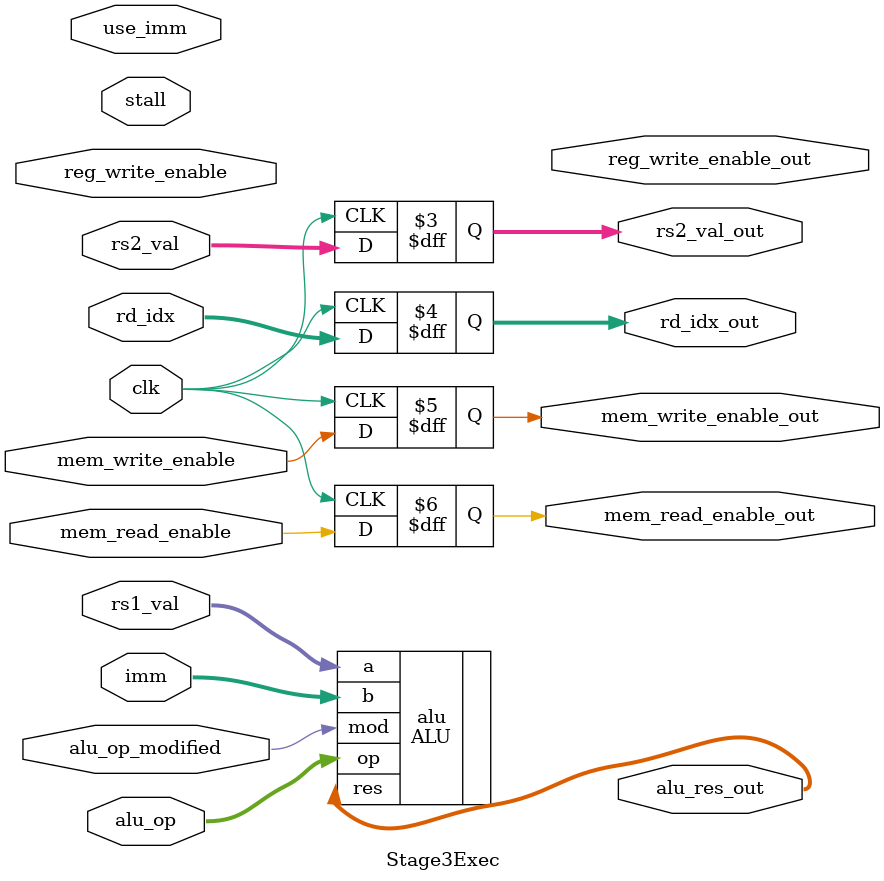
<source format=v>
module Stage3Exec(
    input wire[0:0] clk,
    input wire[0:0] stall,
    input wire[2:0] alu_op,
    input wire[0:0] alu_op_modified,
    input wire[31:0] rs1_val,
    input wire[31:0] rs2_val,
    input wire[31:0] imm,
    input wire[0:0] use_imm,
    input wire[4:0] rd_idx,
    input wire[0:0] mem_write_enable, mem_read_enable, reg_write_enable,

    output reg[31:0] alu_res_out,
    output reg[31:0] rs2_val_out,
    output reg[4:0] rd_idx_out,
    output reg[0:0] mem_write_enable_out, mem_read_enable_out, reg_write_enable_out
);
    ALU alu(
        .a(rs1_val),
        .b((use_imm) ? imm : imm),
        .op(alu_op),
        .mod(alu_op_modified),
        .res(alu_res_out)
    );

    always @(posedge clk) begin
        rd_idx_out <= rd_idx;
        rs2_val_out <= rs2_val;
        rs2_val_out <= rs2_val;
        mem_read_enable_out <= mem_read_enable;
        mem_write_enable_out <= mem_write_enable;
    end
endmodule
</source>
